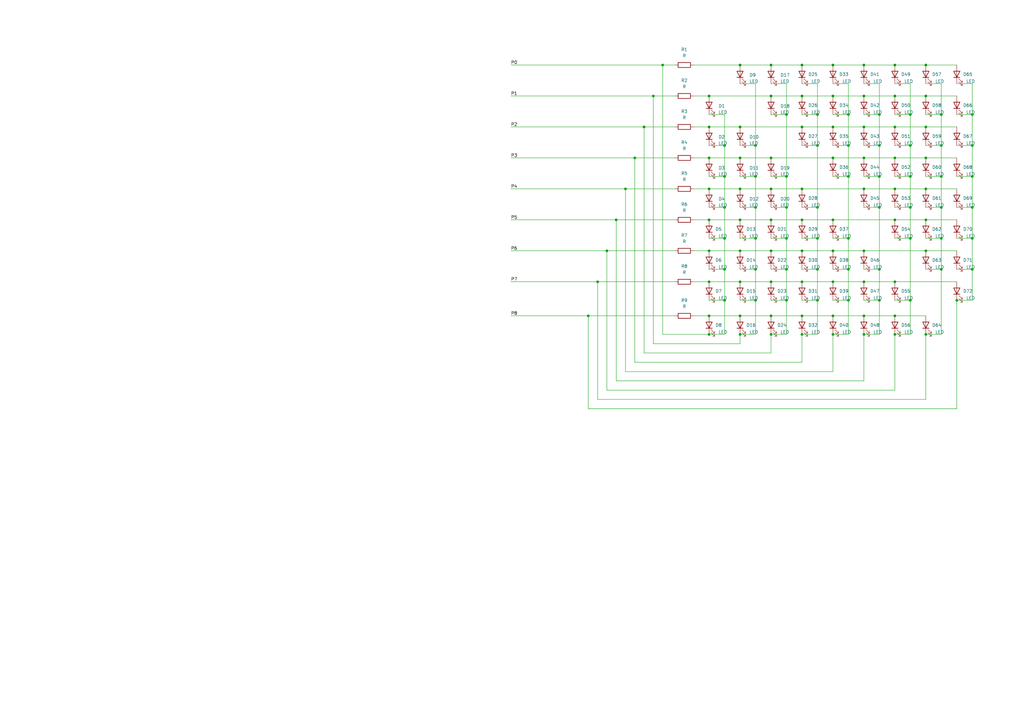
<source format=kicad_sch>
(kicad_sch (version 20211123) (generator eeschema)
  (paper "A3")
  (lib_symbols
    (symbol "Device:LED" (pin_numbers hide) (pin_names (offset 1.016) hide)
      (property "Reference" "D" (at 0 2.54 0))
      (property "Value" "LED" (at 0 -2.54 0))
      (symbol "LED_0_1"
        (polyline (pts (xy -1.27 -1.27) (xy -1.27 1.27)) (stroke (width 0.254)))
        (polyline (pts (xy -1.27 0) (xy 1.27 0)))
        (polyline (pts (xy 1.27 -1.27) (xy 1.27 1.27) (xy -1.27 0) (xy 1.27 -1.27)) (stroke (width 0.254)))
        (polyline (pts (xy -3.048 -0.762) (xy -4.572 -2.286) (xy -3.81 -2.286) (xy -4.572 -2.286) (xy -4.572 -1.524)))
        (polyline (pts (xy -1.778 -0.762) (xy -3.302 -2.286) (xy -2.54 -2.286) (xy -3.302 -2.286) (xy -3.302 -1.524)))
      )
      (symbol "LED_1_1"
        (pin passive line (at -3.81 0 0) (length 2.54) (name "K") (number "1"))
        (pin passive line (at 3.81 0 180) (length 2.54) (name "A") (number "2"))
      )
    )
    (symbol "Device:R" (pin_numbers hide) (pin_names (offset 0))
      (property "Reference" "R" (at 2.032 0 90))
      (property "Value" "R" (at 0 0 90))
      (symbol "R_0_1"
        (rectangle (start -1.016 -2.54) (end 1.016 2.54) (stroke (width 0.254)))
      )
      (symbol "R_1_1"
        (pin passive line (at 0 3.81 270) (length 1.27) (name "~") (number "1"))
        (pin passive line (at 0 -3.81 90) (length 1.27) (name "~") (number "2"))
      )
    )
  )
  (junction (at 354.33 64.77))
  (junction (at 303.53 26.67))
  (junction (at 398.78 46.99))
  (junction (at 341.63 137.16))
  (junction (at 245.11 115.57))
  (junction (at 360.68 46.99))
  (junction (at 297.18 110.49))
  (junction (at 328.93 26.67))
  (junction (at 379.73 90.17))
  (junction (at 328.93 115.57))
  (junction (at 297.18 97.79))
  (junction (at 290.83 64.77))
  (junction (at 309.88 72.39))
  (junction (at 335.28 85.09))
  (junction (at 354.33 39.37))
  (junction (at 271.78 26.67))
  (junction (at 379.73 102.87))
  (junction (at 328.93 77.47))
  (junction (at 373.38 85.09))
  (junction (at 316.23 64.77))
  (junction (at 290.83 102.87))
  (junction (at 322.58 85.09))
  (junction (at 386.08 97.79))
  (junction (at 328.93 39.37))
  (junction (at 386.08 46.99))
  (junction (at 367.03 129.54))
  (junction (at 328.93 52.07))
  (junction (at 290.83 90.17))
  (junction (at 379.73 77.47))
  (junction (at 398.78 59.69))
  (junction (at 360.68 72.39))
  (junction (at 347.98 110.49))
  (junction (at 303.53 52.07))
  (junction (at 303.53 64.77))
  (junction (at 360.68 59.69))
  (junction (at 316.23 90.17))
  (junction (at 297.18 123.19))
  (junction (at 328.93 90.17))
  (junction (at 335.28 97.79))
  (junction (at 335.28 110.49))
  (junction (at 367.03 137.16))
  (junction (at 341.63 39.37))
  (junction (at 290.83 137.16))
  (junction (at 316.23 115.57))
  (junction (at 316.23 102.87))
  (junction (at 303.53 90.17))
  (junction (at 386.08 110.49))
  (junction (at 303.53 129.54))
  (junction (at 379.73 39.37))
  (junction (at 322.58 123.19))
  (junction (at 347.98 46.99))
  (junction (at 354.33 52.07))
  (junction (at 367.03 39.37))
  (junction (at 354.33 115.57))
  (junction (at 322.58 110.49))
  (junction (at 241.3 129.54))
  (junction (at 322.58 72.39))
  (junction (at 367.03 90.17))
  (junction (at 341.63 115.57))
  (junction (at 354.33 26.67))
  (junction (at 367.03 26.67))
  (junction (at 398.78 85.09))
  (junction (at 386.08 85.09))
  (junction (at 328.93 129.54))
  (junction (at 303.53 115.57))
  (junction (at 316.23 129.54))
  (junction (at 328.93 102.87))
  (junction (at 256.54 77.47))
  (junction (at 260.35 64.77))
  (junction (at 267.97 39.37))
  (junction (at 252.73 90.17))
  (junction (at 264.16 52.07))
  (junction (at 347.98 123.19))
  (junction (at 386.08 72.39))
  (junction (at 341.63 64.77))
  (junction (at 290.83 115.57))
  (junction (at 309.88 110.49))
  (junction (at 347.98 97.79))
  (junction (at 341.63 52.07))
  (junction (at 341.63 129.54))
  (junction (at 373.38 59.69))
  (junction (at 354.33 102.87))
  (junction (at 354.33 77.47))
  (junction (at 379.73 52.07))
  (junction (at 354.33 137.16))
  (junction (at 367.03 115.57))
  (junction (at 392.43 123.19))
  (junction (at 290.83 52.07))
  (junction (at 290.83 39.37))
  (junction (at 328.93 137.16))
  (junction (at 398.78 110.49))
  (junction (at 303.53 77.47))
  (junction (at 297.18 72.39))
  (junction (at 347.98 59.69))
  (junction (at 360.68 123.19))
  (junction (at 309.88 85.09))
  (junction (at 373.38 46.99))
  (junction (at 316.23 77.47))
  (junction (at 347.98 72.39))
  (junction (at 398.78 97.79))
  (junction (at 335.28 59.69))
  (junction (at 367.03 52.07))
  (junction (at 367.03 77.47))
  (junction (at 373.38 123.19))
  (junction (at 309.88 59.69))
  (junction (at 248.92 102.87))
  (junction (at 341.63 90.17))
  (junction (at 379.73 64.77))
  (junction (at 379.73 26.67))
  (junction (at 360.68 85.09))
  (junction (at 297.18 59.69))
  (junction (at 303.53 137.16))
  (junction (at 386.08 59.69))
  (junction (at 341.63 26.67))
  (junction (at 335.28 123.19))
  (junction (at 309.88 97.79))
  (junction (at 360.68 110.49))
  (junction (at 316.23 26.67))
  (junction (at 290.83 77.47))
  (junction (at 335.28 46.99))
  (junction (at 373.38 97.79))
  (junction (at 354.33 129.54))
  (junction (at 379.73 137.16))
  (junction (at 373.38 72.39))
  (junction (at 322.58 97.79))
  (junction (at 322.58 46.99))
  (junction (at 316.23 137.16))
  (junction (at 297.18 85.09))
  (junction (at 303.53 102.87))
  (junction (at 316.23 39.37))
  (junction (at 290.83 129.54))
  (junction (at 341.63 102.87))
  (junction (at 367.03 64.77))
  (junction (at 398.78 72.39))
  (junction (at 309.88 123.19))
  (wire (pts (xy 241.3 129.54) (xy 241.3 167.64)))
  (wire (pts (xy 354.33 123.19) (xy 360.68 123.19)))
  (wire (pts (xy 260.35 64.77) (xy 260.35 148.59)))
  (wire (pts (xy 354.33 39.37) (xy 367.03 39.37)))
  (wire (pts (xy 360.68 110.49) (xy 360.68 123.19)))
  (wire (pts (xy 290.83 64.77) (xy 303.53 64.77)))
  (wire (pts (xy 328.93 26.67) (xy 341.63 26.67)))
  (wire (pts (xy 335.28 85.09) (xy 328.93 85.09)))
  (wire (pts (xy 379.73 77.47) (xy 392.43 77.47)))
  (wire (pts (xy 316.23 26.67) (xy 328.93 26.67)))
  (wire (pts (xy 297.18 110.49) (xy 297.18 123.19)))
  (wire (pts (xy 379.73 90.17) (xy 392.43 90.17)))
  (wire (pts (xy 316.23 64.77) (xy 341.63 64.77)))
  (wire (pts (xy 392.43 59.69) (xy 398.78 59.69)))
  (wire (pts (xy 373.38 85.09) (xy 373.38 97.79)))
  (wire (pts (xy 398.78 97.79) (xy 398.78 110.49)))
  (wire (pts (xy 360.68 34.29) (xy 360.68 46.99)))
  (wire (pts (xy 316.23 115.57) (xy 328.93 115.57)))
  (wire (pts (xy 354.33 156.21) (xy 354.33 137.16)))
  (wire (pts (xy 316.23 97.79) (xy 322.58 97.79)))
  (wire (pts (xy 341.63 129.54) (xy 354.33 129.54)))
  (wire (pts (xy 303.53 110.49) (xy 309.88 110.49)))
  (wire (pts (xy 335.28 85.09) (xy 335.28 97.79)))
  (wire (pts (xy 354.33 85.09) (xy 360.68 85.09)))
  (wire (pts (xy 290.83 39.37) (xy 316.23 39.37)))
  (wire (pts (xy 328.93 34.29) (xy 335.28 34.29)))
  (wire (pts (xy 379.73 85.09) (xy 386.08 85.09)))
  (wire (pts (xy 316.23 110.49) (xy 322.58 110.49)))
  (wire (pts (xy 379.73 137.16) (xy 386.08 137.16)))
  (wire (pts (xy 341.63 72.39) (xy 347.98 72.39)))
  (wire (pts (xy 209.55 26.67) (xy 271.78 26.67)))
  (wire (pts (xy 328.93 59.69) (xy 335.28 59.69)))
  (wire (pts (xy 354.33 26.67) (xy 367.03 26.67)))
  (wire (pts (xy 373.38 34.29) (xy 373.38 46.99)))
  (wire (pts (xy 347.98 72.39) (xy 347.98 59.69)))
  (wire (pts (xy 303.53 52.07) (xy 328.93 52.07)))
  (wire (pts (xy 341.63 59.69) (xy 347.98 59.69)))
  (wire (pts (xy 347.98 137.16) (xy 341.63 137.16)))
  (wire (pts (xy 386.08 137.16) (xy 386.08 110.49)))
  (wire (pts (xy 303.53 115.57) (xy 316.23 115.57)))
  (wire (pts (xy 209.55 39.37) (xy 267.97 39.37)))
  (wire (pts (xy 297.18 85.09) (xy 297.18 97.79)))
  (wire (pts (xy 328.93 90.17) (xy 341.63 90.17)))
  (wire (pts (xy 398.78 123.19) (xy 392.43 123.19)))
  (wire (pts (xy 367.03 123.19) (xy 373.38 123.19)))
  (wire (pts (xy 328.93 77.47) (xy 354.33 77.47)))
  (wire (pts (xy 290.83 102.87) (xy 303.53 102.87)))
  (wire (pts (xy 367.03 39.37) (xy 379.73 39.37)))
  (wire (pts (xy 290.83 115.57) (xy 303.53 115.57)))
  (wire (pts (xy 316.23 72.39) (xy 322.58 72.39)))
  (wire (pts (xy 354.33 52.07) (xy 367.03 52.07)))
  (wire (pts (xy 379.73 64.77) (xy 392.43 64.77)))
  (wire (pts (xy 360.68 85.09) (xy 360.68 110.49)))
  (wire (pts (xy 290.83 77.47) (xy 303.53 77.47)))
  (wire (pts (xy 379.73 39.37) (xy 392.43 39.37)))
  (wire (pts (xy 209.55 77.47) (xy 256.54 77.47)))
  (wire (pts (xy 241.3 129.54) (xy 276.86 129.54)))
  (wire (pts (xy 398.78 110.49) (xy 398.78 123.19)))
  (wire (pts (xy 309.88 85.09) (xy 303.53 85.09)))
  (wire (pts (xy 379.73 97.79) (xy 386.08 97.79)))
  (wire (pts (xy 367.03 59.69) (xy 373.38 59.69)))
  (wire (pts (xy 241.3 167.64) (xy 392.43 167.64)))
  (wire (pts (xy 386.08 59.69) (xy 386.08 46.99)))
  (wire (pts (xy 264.16 52.07) (xy 276.86 52.07)))
  (wire (pts (xy 245.11 115.57) (xy 276.86 115.57)))
  (wire (pts (xy 284.48 102.87) (xy 290.83 102.87)))
  (wire (pts (xy 309.88 85.09) (xy 309.88 97.79)))
  (wire (pts (xy 209.55 90.17) (xy 252.73 90.17)))
  (wire (pts (xy 379.73 26.67) (xy 392.43 26.67)))
  (wire (pts (xy 316.23 34.29) (xy 322.58 34.29)))
  (wire (pts (xy 398.78 46.99) (xy 398.78 59.69)))
  (wire (pts (xy 367.03 52.07) (xy 379.73 52.07)))
  (wire (pts (xy 328.93 39.37) (xy 341.63 39.37)))
  (wire (pts (xy 367.03 129.54) (xy 379.73 129.54)))
  (wire (pts (xy 297.18 72.39) (xy 297.18 85.09)))
  (wire (pts (xy 303.53 97.79) (xy 309.88 97.79)))
  (wire (pts (xy 252.73 156.21) (xy 354.33 156.21)))
  (wire (pts (xy 290.83 137.16) (xy 271.78 137.16)))
  (wire (pts (xy 284.48 90.17) (xy 290.83 90.17)))
  (wire (pts (xy 392.43 72.39) (xy 398.78 72.39)))
  (wire (pts (xy 267.97 140.97) (xy 303.53 140.97)))
  (wire (pts (xy 328.93 129.54) (xy 341.63 129.54)))
  (wire (pts (xy 297.18 85.09) (xy 290.83 85.09)))
  (wire (pts (xy 367.03 115.57) (xy 392.43 115.57)))
  (wire (pts (xy 341.63 102.87) (xy 354.33 102.87)))
  (wire (pts (xy 341.63 115.57) (xy 354.33 115.57)))
  (wire (pts (xy 354.33 129.54) (xy 367.03 129.54)))
  (wire (pts (xy 264.16 144.78) (xy 264.16 52.07)))
  (wire (pts (xy 303.53 77.47) (xy 316.23 77.47)))
  (wire (pts (xy 316.23 137.16) (xy 316.23 144.78)))
  (wire (pts (xy 322.58 123.19) (xy 322.58 137.16)))
  (wire (pts (xy 322.58 85.09) (xy 322.58 97.79)))
  (wire (pts (xy 322.58 72.39) (xy 322.58 85.09)))
  (wire (pts (xy 341.63 26.67) (xy 354.33 26.67)))
  (wire (pts (xy 335.28 59.69) (xy 335.28 85.09)))
  (wire (pts (xy 347.98 34.29) (xy 341.63 34.29)))
  (wire (pts (xy 379.73 59.69) (xy 386.08 59.69)))
  (wire (pts (xy 209.55 115.57) (xy 245.11 115.57)))
  (wire (pts (xy 322.58 46.99) (xy 322.58 72.39)))
  (wire (pts (xy 335.28 97.79) (xy 335.28 110.49)))
  (wire (pts (xy 284.48 64.77) (xy 290.83 64.77)))
  (wire (pts (xy 341.63 97.79) (xy 347.98 97.79)))
  (wire (pts (xy 303.53 123.19) (xy 309.88 123.19)))
  (wire (pts (xy 303.53 90.17) (xy 316.23 90.17)))
  (wire (pts (xy 297.18 59.69) (xy 297.18 72.39)))
  (wire (pts (xy 290.83 97.79) (xy 297.18 97.79)))
  (wire (pts (xy 386.08 46.99) (xy 386.08 34.29)))
  (wire (pts (xy 335.28 34.29) (xy 335.28 46.99)))
  (wire (pts (xy 347.98 46.99) (xy 347.98 34.29)))
  (wire (pts (xy 303.53 137.16) (xy 309.88 137.16)))
  (wire (pts (xy 284.48 39.37) (xy 290.83 39.37)))
  (wire (pts (xy 341.63 46.99) (xy 347.98 46.99)))
  (wire (pts (xy 341.63 123.19) (xy 347.98 123.19)))
  (wire (pts (xy 316.23 77.47) (xy 328.93 77.47)))
  (wire (pts (xy 367.03 77.47) (xy 379.73 77.47)))
  (wire (pts (xy 373.38 97.79) (xy 373.38 123.19)))
  (wire (pts (xy 256.54 152.4) (xy 256.54 77.47)))
  (wire (pts (xy 360.68 72.39) (xy 360.68 85.09)))
  (wire (pts (xy 252.73 90.17) (xy 252.73 156.21)))
  (wire (pts (xy 328.93 110.49) (xy 335.28 110.49)))
  (wire (pts (xy 303.53 72.39) (xy 309.88 72.39)))
  (wire (pts (xy 284.48 129.54) (xy 290.83 129.54)))
  (wire (pts (xy 341.63 90.17) (xy 367.03 90.17)))
  (wire (pts (xy 341.63 39.37) (xy 354.33 39.37)))
  (wire (pts (xy 303.53 34.29) (xy 309.88 34.29)))
  (wire (pts (xy 398.78 72.39) (xy 398.78 85.09)))
  (wire (pts (xy 290.83 46.99) (xy 297.18 46.99)))
  (wire (pts (xy 303.53 26.67) (xy 316.23 26.67)))
  (wire (pts (xy 322.58 110.49) (xy 322.58 123.19)))
  (wire (pts (xy 316.23 144.78) (xy 264.16 144.78)))
  (wire (pts (xy 379.73 52.07) (xy 392.43 52.07)))
  (wire (pts (xy 354.33 46.99) (xy 360.68 46.99)))
  (wire (pts (xy 328.93 52.07) (xy 341.63 52.07)))
  (wire (pts (xy 303.53 129.54) (xy 316.23 129.54)))
  (wire (pts (xy 248.92 160.02) (xy 367.03 160.02)))
  (wire (pts (xy 252.73 90.17) (xy 276.86 90.17)))
  (wire (pts (xy 379.73 46.99) (xy 386.08 46.99)))
  (wire (pts (xy 322.58 34.29) (xy 322.58 46.99)))
  (wire (pts (xy 309.88 110.49) (xy 309.88 123.19)))
  (wire (pts (xy 347.98 97.79) (xy 347.98 110.49)))
  (wire (pts (xy 309.88 34.29) (xy 309.88 59.69)))
  (wire (pts (xy 248.92 102.87) (xy 276.86 102.87)))
  (wire (pts (xy 341.63 52.07) (xy 354.33 52.07)))
  (wire (pts (xy 260.35 148.59) (xy 328.93 148.59)))
  (wire (pts (xy 284.48 115.57) (xy 290.83 115.57)))
  (wire (pts (xy 316.23 46.99) (xy 322.58 46.99)))
  (wire (pts (xy 341.63 152.4) (xy 256.54 152.4)))
  (wire (pts (xy 335.28 137.16) (xy 328.93 137.16)))
  (wire (pts (xy 316.23 102.87) (xy 328.93 102.87)))
  (wire (pts (xy 386.08 34.29) (xy 379.73 34.29)))
  (wire (pts (xy 367.03 160.02) (xy 367.03 137.16)))
  (wire (pts (xy 398.78 85.09) (xy 398.78 97.79)))
  (wire (pts (xy 267.97 39.37) (xy 276.86 39.37)))
  (wire (pts (xy 290.83 72.39) (xy 297.18 72.39)))
  (wire (pts (xy 347.98 59.69) (xy 347.98 46.99)))
  (wire (pts (xy 373.38 72.39) (xy 373.38 85.09)))
  (wire (pts (xy 316.23 129.54) (xy 328.93 129.54)))
  (wire (pts (xy 379.73 110.49) (xy 386.08 110.49)))
  (wire (pts (xy 309.88 123.19) (xy 309.88 137.16)))
  (wire (pts (xy 373.38 59.69) (xy 373.38 72.39)))
  (wire (pts (xy 328.93 148.59) (xy 328.93 137.16)))
  (wire (pts (xy 316.23 39.37) (xy 328.93 39.37)))
  (wire (pts (xy 367.03 85.09) (xy 373.38 85.09)))
  (wire (pts (xy 347.98 123.19) (xy 347.98 137.16)))
  (wire (pts (xy 284.48 52.07) (xy 290.83 52.07)))
  (wire (pts (xy 316.23 90.17) (xy 328.93 90.17)))
  (wire (pts (xy 209.55 129.54) (xy 241.3 129.54)))
  (wire (pts (xy 373.38 46.99) (xy 373.38 59.69)))
  (wire (pts (xy 379.73 163.83) (xy 245.11 163.83)))
  (wire (pts (xy 386.08 97.79) (xy 386.08 85.09)))
  (wire (pts (xy 360.68 123.19) (xy 360.68 137.16)))
  (wire (pts (xy 360.68 59.69) (xy 360.68 72.39)))
  (wire (pts (xy 347.98 110.49) (xy 347.98 123.19)))
  (wire (pts (xy 322.58 97.79) (xy 322.58 110.49)))
  (wire (pts (xy 392.43 167.64) (xy 392.43 123.19)))
  (wire (pts (xy 309.88 59.69) (xy 309.88 72.39)))
  (wire (pts (xy 392.43 110.49) (xy 398.78 110.49)))
  (wire (pts (xy 398.78 34.29) (xy 398.78 46.99)))
  (wire (pts (xy 290.83 129.54) (xy 303.53 129.54)))
  (wire (pts (xy 284.48 77.47) (xy 290.83 77.47)))
  (wire (pts (xy 347.98 72.39) (xy 347.98 97.79)))
  (wire (pts (xy 256.54 77.47) (xy 276.86 77.47)))
  (wire (pts (xy 290.83 110.49) (xy 297.18 110.49)))
  (wire (pts (xy 354.33 115.57) (xy 367.03 115.57)))
  (wire (pts (xy 290.83 90.17) (xy 303.53 90.17)))
  (wire (pts (xy 367.03 90.17) (xy 379.73 90.17)))
  (wire (pts (xy 392.43 85.09) (xy 398.78 85.09)))
  (wire (pts (xy 322.58 137.16) (xy 316.23 137.16)))
  (wire (pts (xy 328.93 46.99) (xy 335.28 46.99)))
  (wire (pts (xy 303.53 64.77) (xy 316.23 64.77)))
  (wire (pts (xy 379.73 72.39) (xy 386.08 72.39)))
  (wire (pts (xy 290.83 52.07) (xy 303.53 52.07)))
  (wire (pts (xy 354.33 110.49) (xy 360.68 110.49)))
  (wire (pts (xy 309.88 72.39) (xy 309.88 85.09)))
  (wire (pts (xy 316.23 123.19) (xy 322.58 123.19)))
  (wire (pts (xy 297.18 123.19) (xy 297.18 137.16)))
  (wire (pts (xy 245.11 163.83) (xy 245.11 115.57)))
  (wire (pts (xy 373.38 123.19) (xy 373.38 137.16)))
  (wire (pts (xy 341.63 110.49) (xy 347.98 110.49)))
  (wire (pts (xy 335.28 123.19) (xy 335.28 137.16)))
  (wire (pts (xy 297.18 137.16) (xy 290.83 137.16)))
  (wire (pts (xy 392.43 97.79) (xy 398.78 97.79)))
  (wire (pts (xy 309.88 97.79) (xy 309.88 110.49)))
  (wire (pts (xy 354.33 34.29) (xy 360.68 34.29)))
  (wire (pts (xy 379.73 137.16) (xy 379.73 163.83)))
  (wire (pts (xy 386.08 85.09) (xy 386.08 72.39)))
  (wire (pts (xy 398.78 59.69) (xy 398.78 72.39)))
  (wire (pts (xy 373.38 137.16) (xy 367.03 137.16)))
  (wire (pts (xy 290.83 123.19) (xy 297.18 123.19)))
  (wire (pts (xy 248.92 102.87) (xy 248.92 160.02)))
  (wire (pts (xy 367.03 97.79) (xy 373.38 97.79)))
  (wire (pts (xy 386.08 72.39) (xy 386.08 59.69)))
  (wire (pts (xy 392.43 46.99) (xy 398.78 46.99)))
  (wire (pts (xy 297.18 46.99) (xy 297.18 59.69)))
  (wire (pts (xy 341.63 137.16) (xy 341.63 152.4)))
  (wire (pts (xy 328.93 97.79) (xy 335.28 97.79)))
  (wire (pts (xy 267.97 39.37) (xy 267.97 140.97)))
  (wire (pts (xy 392.43 34.29) (xy 398.78 34.29)))
  (wire (pts (xy 354.33 64.77) (xy 367.03 64.77)))
  (wire (pts (xy 328.93 123.19) (xy 335.28 123.19)))
  (wire (pts (xy 303.53 102.87) (xy 316.23 102.87)))
  (wire (pts (xy 335.28 110.49) (xy 335.28 123.19)))
  (wire (pts (xy 284.48 26.67) (xy 303.53 26.67)))
  (wire (pts (xy 335.28 46.99) (xy 335.28 59.69)))
  (wire (pts (xy 209.55 102.87) (xy 248.92 102.87)))
  (wire (pts (xy 322.58 85.09) (xy 316.23 85.09)))
  (wire (pts (xy 386.08 110.49) (xy 386.08 97.79)))
  (wire (pts (xy 297.18 97.79) (xy 297.18 110.49)))
  (wire (pts (xy 341.63 64.77) (xy 354.33 64.77)))
  (wire (pts (xy 303.53 140.97) (xy 303.53 137.16)))
  (wire (pts (xy 354.33 72.39) (xy 360.68 72.39)))
  (wire (pts (xy 303.53 59.69) (xy 309.88 59.69)))
  (wire (pts (xy 271.78 137.16) (xy 271.78 26.67)))
  (wire (pts (xy 209.55 64.77) (xy 260.35 64.77)))
  (wire (pts (xy 260.35 64.77) (xy 276.86 64.77)))
  (wire (pts (xy 360.68 137.16) (xy 354.33 137.16)))
  (wire (pts (xy 379.73 102.87) (xy 392.43 102.87)))
  (wire (pts (xy 367.03 72.39) (xy 373.38 72.39)))
  (wire (pts (xy 354.33 77.47) (xy 367.03 77.47)))
  (wire (pts (xy 290.83 59.69) (xy 297.18 59.69)))
  (wire (pts (xy 367.03 26.67) (xy 379.73 26.67)))
  (wire (pts (xy 328.93 102.87) (xy 341.63 102.87)))
  (wire (pts (xy 367.03 46.99) (xy 373.38 46.99)))
  (wire (pts (xy 328.93 115.57) (xy 341.63 115.57)))
  (wire (pts (xy 354.33 59.69) (xy 360.68 59.69)))
  (wire (pts (xy 367.03 64.77) (xy 379.73 64.77)))
  (wire (pts (xy 354.33 102.87) (xy 379.73 102.87)))
  (wire (pts (xy 209.55 52.07) (xy 264.16 52.07)))
  (wire (pts (xy 367.03 34.29) (xy 373.38 34.29)))
  (wire (pts (xy 360.68 46.99) (xy 360.68 59.69)))
  (wire (pts (xy 271.78 26.67) (xy 276.86 26.67)))
  (label "P3" (at 209.55 64.77 0))
  (label "P7" (at 209.55 115.57 0))
  (label "P2" (at 209.55 52.07 0))
  (label "P0" (at 209.55 26.67 0))
  (label "P1" (at 209.55 39.37 0))
  (label "P6" (at 209.55 102.87 0))
  (label "P8" (at 209.55 129.54 0))
  (label "P5" (at 209.55 90.17 0))
  (label "P4" (at 209.55 77.47 0))
  (symbol (lib_id "Device:LED") (at 303.53 55.88 90) (unit 1)
    (property "Reference" "D10" (at 307.34 56.1974 90) (effects (justify right)))
    (property "Value" "LED" (at 307.34 58.7374 90) (effects (justify right)))
  )
  (symbol (lib_id "Device:LED") (at 354.33 133.35 90) (unit 1)
    (property "Reference" "D48" (at 356.87 133.35 90) (effects (justify right)))
    (property "Value" "LED" (at 358.14 136.2074 90) (effects (justify right)))
  )
  (symbol (lib_id "Device:R") (at 280.67 39.37 90) (unit 1)
    (property "Reference" "R2" (at 280.67 33.02 90))
    (property "Value" "R" (at 280.67 35.56 90))
  )
  (symbol (lib_id "Device:R") (at 280.67 115.57 90) (unit 1)
    (property "Reference" "R8" (at 280.67 109.22 90))
    (property "Value" "R" (at 280.67 111.76 90))
  )
  (symbol (lib_id "Device:LED") (at 303.53 133.35 90) (unit 1)
    (property "Reference" "D16" (at 306.07 133.35 90) (effects (justify right)))
    (property "Value" "LED" (at 307.34 136.2074 90) (effects (justify right)))
  )
  (symbol (lib_id "Device:LED") (at 290.83 106.68 90) (unit 1)
    (property "Reference" "D6" (at 293.37 106.68 90) (effects (justify right)))
    (property "Value" "LED" (at 294.64 109.5374 90) (effects (justify right)))
  )
  (symbol (lib_id "Device:LED") (at 367.03 30.48 90) (unit 1)
    (property "Reference" "D49" (at 369.57 30.48 90) (effects (justify right)))
    (property "Value" "LED" (at 370.84 33.3374 90) (effects (justify right)))
  )
  (symbol (lib_id "Device:R") (at 280.67 77.47 90) (unit 1)
    (property "Reference" "R5" (at 280.67 71.12 90))
    (property "Value" "R" (at 280.67 73.66 90))
  )
  (symbol (lib_id "Device:R") (at 280.67 64.77 90) (unit 1)
    (property "Reference" "R4" (at 280.67 58.42 90))
    (property "Value" "R" (at 280.67 60.96 90))
  )
  (symbol (lib_id "Device:LED") (at 328.93 43.18 90) (unit 1)
    (property "Reference" "D26" (at 331.47 43.18 90) (effects (justify right)))
    (property "Value" "LED" (at 332.74 46.0374 90) (effects (justify right)))
  )
  (symbol (lib_id "Device:LED") (at 367.03 43.18 90) (unit 1)
    (property "Reference" "D50" (at 369.57 43.18 90) (effects (justify right)))
    (property "Value" "LED" (at 370.84 46.0374 90) (effects (justify right)))
  )
  (symbol (lib_id "Device:R") (at 280.67 90.17 90) (unit 1)
    (property "Reference" "R6" (at 280.67 83.82 90))
    (property "Value" "R" (at 280.67 86.36 90))
  )
  (symbol (lib_id "Device:LED") (at 328.93 93.98 90) (unit 1)
    (property "Reference" "D29" (at 331.47 93.98 90) (effects (justify right)))
    (property "Value" "LED" (at 332.74 96.8374 90) (effects (justify right)))
  )
  (symbol (lib_id "Device:LED") (at 290.83 119.38 90) (unit 1)
    (property "Reference" "D7" (at 293.37 119.38 90) (effects (justify right)))
    (property "Value" "LED" (at 294.64 122.2374 90) (effects (justify right)))
  )
  (symbol (lib_id "Device:LED") (at 328.93 81.28 90) (unit 1)
    (property "Reference" "D28" (at 331.47 81.28 90) (effects (justify right)))
    (property "Value" "LED" (at 332.74 84.1374 90) (effects (justify right)))
  )
  (symbol (lib_id "Device:LED") (at 290.83 68.58 90) (unit 1)
    (property "Reference" "D3" (at 294.64 68.8974 90) (effects (justify right)))
    (property "Value" "LED" (at 294.64 71.4374 90) (effects (justify right)))
  )
  (symbol (lib_id "Device:LED") (at 367.03 119.38 90) (unit 1)
    (property "Reference" "D55" (at 369.57 119.38 90) (effects (justify right)))
    (property "Value" "LED" (at 370.84 122.2374 90) (effects (justify right)))
  )
  (symbol (lib_id "Device:LED") (at 379.73 43.18 90) (unit 1)
    (property "Reference" "D58" (at 382.27 43.18 90) (effects (justify right)))
    (property "Value" "LED" (at 383.54 46.0374 90) (effects (justify right)))
  )
  (symbol (lib_id "Device:LED") (at 392.43 43.18 90) (unit 1)
    (property "Reference" "D66" (at 394.97 43.18 90) (effects (justify right)))
    (property "Value" "LED" (at 396.24 46.0374 90) (effects (justify right)))
  )
  (symbol (lib_id "Device:LED") (at 379.73 133.35 90) (unit 1)
    (property "Reference" "D64" (at 382.27 133.35 90) (effects (justify right)))
    (property "Value" "LED" (at 383.54 136.2074 90) (effects (justify right)))
  )
  (symbol (lib_id "Device:LED") (at 379.73 30.48 90) (unit 1)
    (property "Reference" "D57" (at 382.27 30.48 90) (effects (justify right)))
    (property "Value" "LED" (at 383.54 33.3374 90) (effects (justify right)))
  )
  (symbol (lib_id "Device:LED") (at 328.93 55.88 90) (unit 1)
    (property "Reference" "D27" (at 331.47 55.88 90) (effects (justify right)))
    (property "Value" "LED" (at 332.74 58.7374 90) (effects (justify right)))
  )
  (symbol (lib_id "Device:LED") (at 303.53 93.98 90) (unit 1)
    (property "Reference" "D13" (at 306.07 93.98 90) (effects (justify right)))
    (property "Value" "LED" (at 307.34 96.8374 90) (effects (justify right)))
  )
  (symbol (lib_id "Device:LED") (at 367.03 81.28 90) (unit 1)
    (property "Reference" "D53" (at 369.57 81.28 90) (effects (justify right)))
    (property "Value" "LED" (at 370.84 84.1374 90) (effects (justify right)))
  )
  (symbol (lib_id "Device:LED") (at 392.43 30.48 90) (unit 1)
    (property "Reference" "D65" (at 394.97 30.48 90) (effects (justify right)))
    (property "Value" "LED" (at 396.24 33.3374 90) (effects (justify right)))
  )
  (symbol (lib_id "Device:LED") (at 392.43 119.38 90) (unit 1)
    (property "Reference" "D72" (at 394.97 119.38 90) (effects (justify right)))
    (property "Value" "LED" (at 396.24 122.2374 90) (effects (justify right)))
  )
  (symbol (lib_id "Device:LED") (at 316.23 43.18 90) (unit 1)
    (property "Reference" "D18" (at 320.04 43.4974 90) (effects (justify right)))
    (property "Value" "LED" (at 320.04 46.0374 90) (effects (justify right)))
  )
  (symbol (lib_id "Device:LED") (at 316.23 133.35 90) (unit 1)
    (property "Reference" "D24" (at 318.77 133.35 90) (effects (justify right)))
    (property "Value" "LED" (at 320.04 136.2074 90) (effects (justify right)))
  )
  (symbol (lib_id "Device:LED") (at 316.23 68.58 90) (unit 1)
    (property "Reference" "D19" (at 320.04 68.8974 90) (effects (justify right)))
    (property "Value" "LED" (at 320.04 71.4374 90) (effects (justify right)))
  )
  (symbol (lib_id "Device:LED") (at 379.73 93.98 90) (unit 1)
    (property "Reference" "D62" (at 382.27 93.98 90) (effects (justify right)))
    (property "Value" "LED" (at 383.54 96.8374 90) (effects (justify right)))
  )
  (symbol (lib_id "Device:LED") (at 290.83 81.28 90) (unit 1)
    (property "Reference" "D4" (at 294.64 81.5974 90) (effects (justify right)))
    (property "Value" "LED" (at 294.64 84.1374 90) (effects (justify right)))
  )
  (symbol (lib_id "Device:LED") (at 341.63 68.58 90) (unit 1)
    (property "Reference" "D36" (at 344.17 68.58 90) (effects (justify right)))
    (property "Value" "LED" (at 345.44 71.4374 90) (effects (justify right)))
  )
  (symbol (lib_id "Device:LED") (at 379.73 55.88 90) (unit 1)
    (property "Reference" "D59" (at 382.27 55.88 90) (effects (justify right)))
    (property "Value" "LED" (at 383.54 58.7374 90) (effects (justify right)))
  )
  (symbol (lib_id "Device:LED") (at 341.63 93.98 90) (unit 1)
    (property "Reference" "D37" (at 344.17 93.98 90) (effects (justify right)))
    (property "Value" "LED" (at 345.44 96.8374 90) (effects (justify right)))
  )
  (symbol (lib_id "Device:LED") (at 392.43 81.28 90) (unit 1)
    (property "Reference" "D69" (at 394.97 81.28 90) (effects (justify right)))
    (property "Value" "LED" (at 396.24 84.1374 90) (effects (justify right)))
  )
  (symbol (lib_id "Device:LED") (at 379.73 81.28 90) (unit 1)
    (property "Reference" "D61" (at 382.27 81.28 90) (effects (justify right)))
    (property "Value" "LED" (at 383.54 84.1374 90) (effects (justify right)))
  )
  (symbol (lib_id "Device:LED") (at 392.43 55.88 90) (unit 1)
    (property "Reference" "D67" (at 394.97 55.88 90) (effects (justify right)))
    (property "Value" "LED" (at 396.24 58.7374 90) (effects (justify right)))
  )
  (symbol (lib_id "Device:LED") (at 354.33 119.38 90) (unit 1)
    (property "Reference" "D47" (at 356.87 119.38 90) (effects (justify right)))
    (property "Value" "LED" (at 358.14 122.2374 90) (effects (justify right)))
  )
  (symbol (lib_id "Device:LED") (at 341.63 43.18 90) (unit 1)
    (property "Reference" "D34" (at 344.17 43.18 90) (effects (justify right)))
    (property "Value" "LED" (at 345.44 46.0374 90) (effects (justify right)))
  )
  (symbol (lib_id "Device:LED") (at 341.63 133.35 90) (unit 1)
    (property "Reference" "D40" (at 344.17 133.35 90) (effects (justify right)))
    (property "Value" "LED" (at 345.44 136.2074 90) (effects (justify right)))
  )
  (symbol (lib_id "Device:R") (at 280.67 52.07 90) (unit 1)
    (property "Reference" "R3" (at 280.67 45.72 90))
    (property "Value" "R" (at 280.67 48.26 90))
  )
  (symbol (lib_id "Device:LED") (at 316.23 106.68 90) (unit 1)
    (property "Reference" "D22" (at 318.77 106.68 90) (effects (justify right)))
    (property "Value" "LED" (at 320.04 109.5374 90) (effects (justify right)))
  )
  (symbol (lib_id "Device:LED") (at 328.93 133.35 90) (unit 1)
    (property "Reference" "D32" (at 331.47 133.35 90) (effects (justify right)))
    (property "Value" "LED" (at 332.74 136.2074 90) (effects (justify right)))
  )
  (symbol (lib_id "Device:LED") (at 354.33 106.68 90) (unit 1)
    (property "Reference" "D46" (at 356.87 106.68 90) (effects (justify right)))
    (property "Value" "LED" (at 358.14 109.5374 90) (effects (justify right)))
  )
  (symbol (lib_id "Device:LED") (at 392.43 93.98 90) (unit 1)
    (property "Reference" "D70" (at 394.97 93.98 90) (effects (justify right)))
    (property "Value" "LED" (at 396.24 96.8374 90) (effects (justify right)))
  )
  (symbol (lib_id "Device:LED") (at 290.83 43.18 90) (unit 1)
    (property "Reference" "D1" (at 294.64 43.4974 90) (effects (justify right)))
    (property "Value" "LED" (at 294.64 46.0374 90) (effects (justify right)))
  )
  (symbol (lib_id "Device:LED") (at 379.73 68.58 90) (unit 1)
    (property "Reference" "D60" (at 382.27 68.58 90) (effects (justify right)))
    (property "Value" "LED" (at 383.54 71.4374 90) (effects (justify right)))
  )
  (symbol (lib_id "Device:LED") (at 316.23 119.38 90) (unit 1)
    (property "Reference" "D23" (at 318.77 119.38 90) (effects (justify right)))
    (property "Value" "LED" (at 320.04 122.2374 90) (effects (justify right)))
  )
  (symbol (lib_id "Device:LED") (at 316.23 81.28 90) (unit 1)
    (property "Reference" "D20" (at 320.04 81.5974 90) (effects (justify right)))
    (property "Value" "LED" (at 320.04 84.1374 90) (effects (justify right)))
  )
  (symbol (lib_id "Device:LED") (at 303.53 68.58 90) (unit 1)
    (property "Reference" "D11" (at 307.34 68.8974 90) (effects (justify right)))
    (property "Value" "LED" (at 307.34 71.4374 90) (effects (justify right)))
  )
  (symbol (lib_id "Device:LED") (at 341.63 55.88 90) (unit 1)
    (property "Reference" "D35" (at 344.17 55.88 90) (effects (justify right)))
    (property "Value" "LED" (at 345.44 58.7374 90) (effects (justify right)))
  )
  (symbol (lib_id "Device:LED") (at 354.33 68.58 90) (unit 1)
    (property "Reference" "D44" (at 356.87 68.58 90) (effects (justify right)))
    (property "Value" "LED" (at 358.14 71.4374 90) (effects (justify right)))
  )
  (symbol (lib_id "Device:LED") (at 316.23 93.98 90) (unit 1)
    (property "Reference" "D21" (at 318.77 93.98 90) (effects (justify right)))
    (property "Value" "LED" (at 320.04 96.8374 90) (effects (justify right)))
  )
  (symbol (lib_id "Device:R") (at 280.67 102.87 90) (unit 1)
    (property "Reference" "R7" (at 280.67 96.52 90))
    (property "Value" "R" (at 280.67 99.06 90))
  )
  (symbol (lib_id "Device:R") (at 280.67 26.67 90) (unit 1)
    (property "Reference" "R1" (at 280.67 20.32 90))
    (property "Value" "R" (at 280.67 22.86 90))
  )
  (symbol (lib_id "Device:LED") (at 290.83 93.98 90) (unit 1)
    (property "Reference" "D5" (at 293.37 93.98 90) (effects (justify right)))
    (property "Value" "LED" (at 294.64 96.8374 90) (effects (justify right)))
  )
  (symbol (lib_id "Device:LED") (at 354.33 81.28 90) (unit 1)
    (property "Reference" "D45" (at 356.87 81.28 90) (effects (justify right)))
    (property "Value" "LED" (at 358.14 84.1374 90) (effects (justify right)))
  )
  (symbol (lib_id "Device:LED") (at 328.93 30.48 90) (unit 1)
    (property "Reference" "D25" (at 331.47 30.48 90) (effects (justify right)))
    (property "Value" "LED" (at 332.74 33.3374 90) (effects (justify right)))
  )
  (symbol (lib_id "Device:LED") (at 367.03 93.98 90) (unit 1)
    (property "Reference" "D54" (at 369.57 93.98 90) (effects (justify right)))
    (property "Value" "LED" (at 370.84 96.8374 90) (effects (justify right)))
  )
  (symbol (lib_id "Device:LED") (at 379.73 106.68 90) (unit 1)
    (property "Reference" "D63" (at 382.27 106.68 90) (effects (justify right)))
    (property "Value" "LED" (at 383.54 109.5374 90) (effects (justify right)))
  )
  (symbol (lib_id "Device:LED") (at 354.33 55.88 90) (unit 1)
    (property "Reference" "D43" (at 356.87 55.88 90) (effects (justify right)))
    (property "Value" "LED" (at 358.14 58.7374 90) (effects (justify right)))
  )
  (symbol (lib_id "Device:LED") (at 354.33 43.18 90) (unit 1)
    (property "Reference" "D42" (at 356.87 43.18 90) (effects (justify right)))
    (property "Value" "LED" (at 358.14 46.0374 90) (effects (justify right)))
  )
  (symbol (lib_id "Device:LED") (at 367.03 55.88 90) (unit 1)
    (property "Reference" "D51" (at 369.57 55.88 90) (effects (justify right)))
    (property "Value" "LED" (at 370.84 58.7374 90) (effects (justify right)))
  )
  (symbol (lib_id "Device:LED") (at 328.93 119.38 90) (unit 1)
    (property "Reference" "D31" (at 331.47 119.38 90) (effects (justify right)))
    (property "Value" "LED" (at 332.74 122.2374 90) (effects (justify right)))
  )
  (symbol (lib_id "Device:LED") (at 328.93 106.68 90) (unit 1)
    (property "Reference" "D30" (at 331.47 106.68 90) (effects (justify right)))
    (property "Value" "LED" (at 332.74 109.5374 90) (effects (justify right)))
  )
  (symbol (lib_id "Device:LED") (at 303.53 106.68 90) (unit 1)
    (property "Reference" "D14" (at 306.07 106.68 90) (effects (justify right)))
    (property "Value" "LED" (at 307.34 109.5374 90) (effects (justify right)))
  )
  (symbol (lib_id "Device:LED") (at 303.53 81.28 90) (unit 1)
    (property "Reference" "D12" (at 307.34 81.5974 90) (effects (justify right)))
    (property "Value" "LED" (at 307.34 84.1374 90) (effects (justify right)))
  )
  (symbol (lib_id "Device:LED") (at 392.43 106.68 90) (unit 1)
    (property "Reference" "D71" (at 394.97 106.68 90) (effects (justify right)))
    (property "Value" "LED" (at 396.24 109.5374 90) (effects (justify right)))
  )
  (symbol (lib_id "Device:LED") (at 290.83 55.88 90) (unit 1)
    (property "Reference" "D2" (at 294.64 56.1974 90) (effects (justify right)))
    (property "Value" "LED" (at 294.64 58.7374 90) (effects (justify right)))
  )
  (symbol (lib_id "Device:LED") (at 354.33 30.48 90) (unit 1)
    (property "Reference" "D41" (at 356.87 30.48 90) (effects (justify right)))
    (property "Value" "LED" (at 358.14 33.3374 90) (effects (justify right)))
  )
  (symbol (lib_id "Device:LED") (at 367.03 68.58 90) (unit 1)
    (property "Reference" "D52" (at 369.57 68.58 90) (effects (justify right)))
    (property "Value" "LED" (at 370.84 71.4374 90) (effects (justify right)))
  )
  (symbol (lib_id "Device:LED") (at 303.53 30.48 90) (unit 1)
    (property "Reference" "D9" (at 307.34 30.7974 90) (effects (justify right)))
    (property "Value" "LED" (at 307.34 33.3374 90) (effects (justify right)))
  )
  (symbol (lib_id "Device:LED") (at 341.63 106.68 90) (unit 1)
    (property "Reference" "D38" (at 344.17 106.68 90) (effects (justify right)))
    (property "Value" "LED" (at 345.44 109.5374 90) (effects (justify right)))
  )
  (symbol (lib_id "Device:LED") (at 392.43 68.58 90) (unit 1)
    (property "Reference" "D68" (at 394.97 68.58 90) (effects (justify right)))
    (property "Value" "LED" (at 396.24 71.4374 90) (effects (justify right)))
  )
  (symbol (lib_id "Device:LED") (at 341.63 119.38 90) (unit 1)
    (property "Reference" "D39" (at 344.17 119.38 90) (effects (justify right)))
    (property "Value" "LED" (at 345.44 122.2374 90) (effects (justify right)))
  )
  (symbol (lib_id "Device:LED") (at 367.03 133.35 90) (unit 1)
    (property "Reference" "D56" (at 369.57 133.35 90) (effects (justify right)))
    (property "Value" "LED" (at 370.84 136.2074 90) (effects (justify right)))
  )
  (symbol (lib_id "Device:R") (at 280.67 129.54 90) (unit 1)
    (property "Reference" "R9" (at 280.67 123.19 90))
    (property "Value" "R" (at 280.67 125.73 90))
  )
  (symbol (lib_id "Device:LED") (at 303.53 119.38 90) (unit 1)
    (property "Reference" "D15" (at 306.07 119.38 90) (effects (justify right)))
    (property "Value" "LED" (at 307.34 122.2374 90) (effects (justify right)))
  )
  (symbol (lib_id "Device:LED") (at 290.83 133.35 90) (unit 1)
    (property "Reference" "D8" (at 293.37 133.35 90) (effects (justify right)))
    (property "Value" "LED" (at 294.64 136.2074 90) (effects (justify right)))
  )
  (symbol (lib_id "Device:LED") (at 341.63 30.48 90) (unit 1)
    (property "Reference" "D33" (at 344.17 30.48 90) (effects (justify right)))
    (property "Value" "LED" (at 345.44 33.3374 90) (effects (justify right)))
  )
  (symbol (lib_id "Device:LED") (at 316.23 30.48 90) (unit 1)
    (property "Reference" "D17" (at 320.04 30.7974 90) (effects (justify right)))
    (property "Value" "LED" (at 320.04 33.3374 90) (effects (justify right)))
  )
)
</source>
